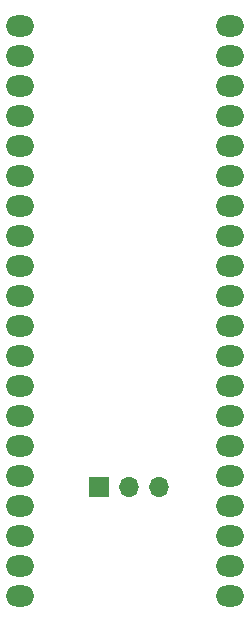
<source format=gbr>
%TF.GenerationSoftware,KiCad,Pcbnew,7.0.5*%
%TF.CreationDate,2024-02-18T16:55:48-05:00*%
%TF.ProjectId,pico-reset,7069636f-2d72-4657-9365-742e6b696361,rev?*%
%TF.SameCoordinates,Original*%
%TF.FileFunction,Copper,L1,Top*%
%TF.FilePolarity,Positive*%
%FSLAX46Y46*%
G04 Gerber Fmt 4.6, Leading zero omitted, Abs format (unit mm)*
G04 Created by KiCad (PCBNEW 7.0.5) date 2024-02-18 16:55:48*
%MOMM*%
%LPD*%
G01*
G04 APERTURE LIST*
%TA.AperFunction,ComponentPad*%
%ADD10O,2.400000X1.800000*%
%TD*%
%TA.AperFunction,ComponentPad*%
%ADD11R,1.700000X1.700000*%
%TD*%
%TA.AperFunction,ComponentPad*%
%ADD12O,1.700000X1.700000*%
%TD*%
G04 APERTURE END LIST*
D10*
%TO.P,A1,1,GP0*%
%TO.N,Net-(A1-GP0)*%
X111760000Y-81280000D03*
%TO.P,A1,2,GP1*%
%TO.N,Net-(A1-GP1)*%
X111760000Y-83820000D03*
%TO.P,A1,3,GND*%
%TO.N,GND*%
X111760000Y-86360000D03*
%TO.P,A1,4,GP2*%
%TO.N,unconnected-(A1-GP2-Pad4)*%
X111760000Y-88900000D03*
%TO.P,A1,5,GP3*%
%TO.N,unconnected-(A1-GP3-Pad5)*%
X111760000Y-91440000D03*
%TO.P,A1,6,GP4*%
%TO.N,unconnected-(A1-GP4-Pad6)*%
X111760000Y-93980000D03*
%TO.P,A1,7,GP5*%
%TO.N,unconnected-(A1-GP5-Pad7)*%
X111760000Y-96520000D03*
%TO.P,A1,8,GND*%
%TO.N,unconnected-(A1-GND-Pad8)*%
X111760000Y-99060000D03*
%TO.P,A1,9,GP6*%
%TO.N,unconnected-(A1-GP6-Pad9)*%
X111760000Y-101600000D03*
%TO.P,A1,10,GP7*%
%TO.N,unconnected-(A1-GP7-Pad10)*%
X111760000Y-104140000D03*
%TO.P,A1,11,GP8*%
%TO.N,unconnected-(A1-GP8-Pad11)*%
X111760000Y-106680000D03*
%TO.P,A1,12,GP9*%
%TO.N,unconnected-(A1-GP9-Pad12)*%
X111760000Y-109220000D03*
%TO.P,A1,13,GND*%
%TO.N,unconnected-(A1-GND-Pad13)*%
X111760000Y-111760000D03*
%TO.P,A1,14,GP10*%
%TO.N,unconnected-(A1-GP10-Pad14)*%
X111760000Y-114300000D03*
%TO.P,A1,15,GP11*%
%TO.N,unconnected-(A1-GP11-Pad15)*%
X111760000Y-116840000D03*
%TO.P,A1,16,GP12*%
%TO.N,unconnected-(A1-GP12-Pad16)*%
X111760000Y-119380000D03*
%TO.P,A1,17,GP13*%
%TO.N,unconnected-(A1-GP13-Pad17)*%
X111760000Y-121920000D03*
%TO.P,A1,18,GND*%
%TO.N,unconnected-(A1-GND-Pad18)*%
X111760000Y-124460000D03*
%TO.P,A1,19,GP14*%
%TO.N,unconnected-(A1-GP14-Pad19)*%
X111760000Y-127000000D03*
%TO.P,A1,20,GP15*%
%TO.N,unconnected-(A1-GP15-Pad20)*%
X111760000Y-129540000D03*
%TO.P,A1,21,GP16*%
%TO.N,unconnected-(A1-GP16-Pad21)*%
X129540000Y-129540000D03*
%TO.P,A1,22,GP17*%
%TO.N,unconnected-(A1-GP17-Pad22)*%
X129540000Y-127000000D03*
%TO.P,A1,23,GND*%
%TO.N,unconnected-(A1-GND-Pad23)*%
X129540000Y-124460000D03*
%TO.P,A1,24,GP18*%
%TO.N,unconnected-(A1-GP18-Pad24)*%
X129540000Y-121920000D03*
%TO.P,A1,25,GP19*%
%TO.N,unconnected-(A1-GP19-Pad25)*%
X129540000Y-119380000D03*
%TO.P,A1,26,GP20*%
%TO.N,unconnected-(A1-GP20-Pad26)*%
X129540000Y-116840000D03*
%TO.P,A1,27,GP21*%
%TO.N,unconnected-(A1-GP21-Pad27)*%
X129540000Y-114300000D03*
%TO.P,A1,28,GND*%
%TO.N,Net-(A1-GND-Pad28)*%
X129540000Y-111760000D03*
%TO.P,A1,29,GP22*%
%TO.N,unconnected-(A1-GP22-Pad29)*%
X129540000Y-109220000D03*
%TO.P,A1,30,RUN*%
%TO.N,Net-(A1-RUN)*%
X129540000Y-106680000D03*
%TO.P,A1,31,ADC0/GP26*%
%TO.N,unconnected-(A1-ADC0{slash}GP26-Pad31)*%
X129540000Y-104140000D03*
%TO.P,A1,32,ADC1/GP27*%
%TO.N,unconnected-(A1-ADC1{slash}GP27-Pad32)*%
X129540000Y-101600000D03*
%TO.P,A1,33,GND*%
%TO.N,unconnected-(A1-GND-Pad33)*%
X129540000Y-99060000D03*
%TO.P,A1,34,ADC2/GP28*%
%TO.N,unconnected-(A1-ADC2{slash}GP28-Pad34)*%
X129540000Y-96520000D03*
%TO.P,A1,35,ADC_VREF*%
%TO.N,unconnected-(A1-ADC_VREF-Pad35)*%
X129540000Y-93980000D03*
%TO.P,A1,36,3V3(OUT)*%
%TO.N,unconnected-(A1-3V3(OUT)-Pad36)*%
X129540000Y-91440000D03*
%TO.P,A1,37,~{3V3_EN}*%
%TO.N,unconnected-(A1-~{3V3_EN}-Pad37)*%
X129540000Y-88900000D03*
%TO.P,A1,38,GND*%
%TO.N,unconnected-(A1-GND-Pad38)*%
X129540000Y-86360000D03*
%TO.P,A1,39,VSYS*%
%TO.N,unconnected-(A1-VSYS-Pad39)*%
X129540000Y-83820000D03*
%TO.P,A1,40,VBUS*%
%TO.N,unconnected-(A1-VBUS-Pad40)*%
X129540000Y-81280000D03*
%TD*%
D11*
%TO.P,J2,1*%
%TO.N,GND*%
X118443146Y-120329108D03*
D12*
%TO.P,J2,2*%
%TO.N,Net-(A1-GP1)*%
X120983146Y-120329108D03*
%TO.P,J2,3*%
%TO.N,Net-(A1-GP0)*%
X123523146Y-120329108D03*
%TD*%
M02*

</source>
